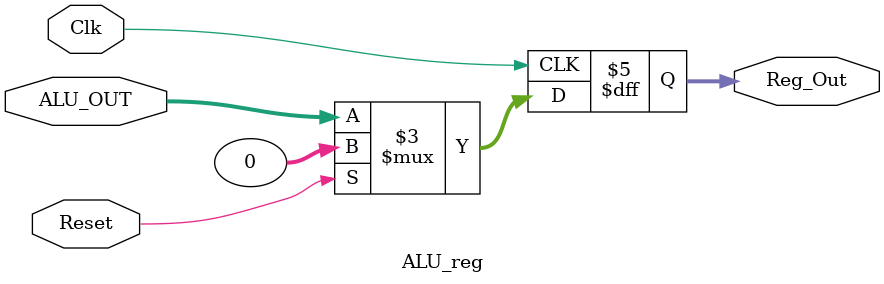
<source format=v>
`timescale 1ns / 1ps

module ALU_reg(Clk,Reset,ALU_OUT,Reg_Out);
    input [31:0] ALU_OUT;
    input Clk,Reset;
    output reg [31:0] Reg_Out;
    
    always @ (posedge Clk)
    begin
        if(Reset)
            Reg_Out <= 32'b0;
    
        else
            Reg_Out <= ALU_OUT;
    end
endmodule

</source>
